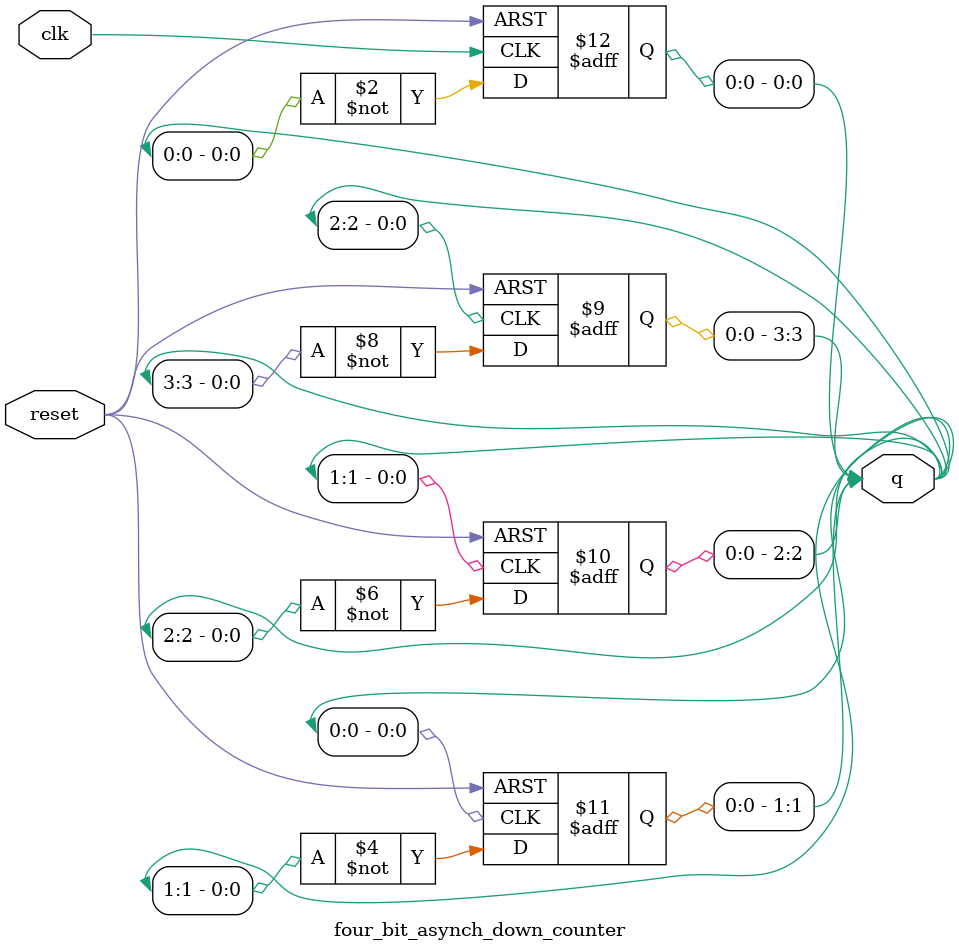
<source format=v>
`timescale 1ns / 1ps

module four_bit_asynch_down_counter(
    input clk, 
    input reset, 
    output reg [3:0] q
    );
    
always @(posedge clk or posedge reset) begin
    if (reset) 
        q[0] <= 1'b0;
    else 
        q[0] <= ~q[0];
end

always @(posedge q[0] or posedge reset) begin
    if (reset) 
        q[1] <= 1'b0;
    else 
        q[1] <= ~q[1];
end

always @(posedge q[1] or posedge reset) begin
    if (reset) 
        q[2] <= 1'b0;
    else 
        q[2] <= ~q[2];
end

always @(posedge q[2] or posedge reset) begin
    if (reset) 
        q[3] <= 1'b0;
    else 
        q[3] <= ~q[3];
end


endmodule

</source>
